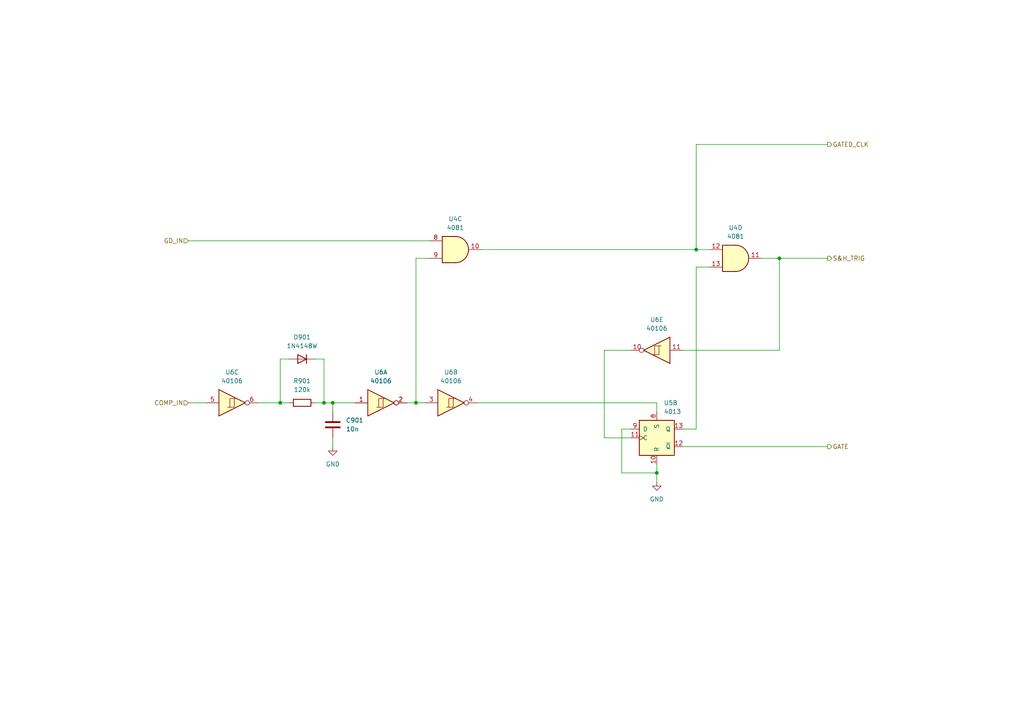
<source format=kicad_sch>
(kicad_sch (version 20211123) (generator eeschema)
  (paper "A4")
  (title_block (title "Josh Ox Ribbon Synth Ribbon board") (date "2022-06-17") (rev "0") (comment 1 "creativecommons.org/licences/by/4.0") (comment 2 "license: CC by 4.0") (comment 3 "Author: Jordan Aceto"))
  (lib_symbols
    (symbol "4xxx:40106" (pin_names (offset 1.016))
      (property "Reference" "U" (at 0 1.27 0))
      (property "Value" "40106" (at 0 -1.27 0))
      (symbol "40106_1_0"
        (polyline (pts (xy -0.635 -1.27) (xy -0.635 1.27) (xy 0.635 1.27)))
        (polyline (pts (xy -3.81 3.81) (xy -3.81 -3.81) (xy 3.81 0) (xy -3.81 3.81)) (stroke (width 0.254)) (fill (type background)))
        (polyline (pts (xy -1.27 -1.27) (xy 0.635 -1.27) (xy 0.635 1.27) (xy 1.27 1.27)))
        (pin input line (at -7.62 0 0) (length 3.81) (name "~") (number "1"))
        (pin output inverted (at 7.62 0 180) (length 3.81) (name "~") (number "2"))
      )
      (symbol "40106_2_0"
        (polyline (pts (xy -0.635 -1.27) (xy -0.635 1.27) (xy 0.635 1.27)))
        (polyline (pts (xy -3.81 3.81) (xy -3.81 -3.81) (xy 3.81 0) (xy -3.81 3.81)) (stroke (width 0.254)) (fill (type background)))
        (polyline (pts (xy -1.27 -1.27) (xy 0.635 -1.27) (xy 0.635 1.27) (xy 1.27 1.27)))
        (pin input line (at -7.62 0 0) (length 3.81) (name "~") (number "3"))
        (pin output inverted (at 7.62 0 180) (length 3.81) (name "~") (number "4"))
      )
      (symbol "40106_3_0"
        (polyline (pts (xy -0.635 -1.27) (xy -0.635 1.27) (xy 0.635 1.27)))
        (polyline (pts (xy -3.81 3.81) (xy -3.81 -3.81) (xy 3.81 0) (xy -3.81 3.81)) (stroke (width 0.254)) (fill (type background)))
        (polyline (pts (xy -1.27 -1.27) (xy 0.635 -1.27) (xy 0.635 1.27) (xy 1.27 1.27)))
        (pin input line (at -7.62 0 0) (length 3.81) (name "~") (number "5"))
        (pin output inverted (at 7.62 0 180) (length 3.81) (name "~") (number "6"))
      )
      (symbol "40106_4_0"
        (polyline (pts (xy -0.635 -1.27) (xy -0.635 1.27) (xy 0.635 1.27)))
        (polyline (pts (xy -3.81 3.81) (xy -3.81 -3.81) (xy 3.81 0) (xy -3.81 3.81)) (stroke (width 0.254)) (fill (type background)))
        (polyline (pts (xy -1.27 -1.27) (xy 0.635 -1.27) (xy 0.635 1.27) (xy 1.27 1.27)))
        (pin output inverted (at 7.62 0 180) (length 3.81) (name "~") (number "8"))
        (pin input line (at -7.62 0 0) (length 3.81) (name "~") (number "9"))
      )
      (symbol "40106_5_0"
        (polyline (pts (xy -0.635 -1.27) (xy -0.635 1.27) (xy 0.635 1.27)))
        (polyline (pts (xy -3.81 3.81) (xy -3.81 -3.81) (xy 3.81 0) (xy -3.81 3.81)) (stroke (width 0.254)) (fill (type background)))
        (polyline (pts (xy -1.27 -1.27) (xy 0.635 -1.27) (xy 0.635 1.27) (xy 1.27 1.27)))
        (pin output inverted (at 7.62 0 180) (length 3.81) (name "~") (number "10"))
        (pin input line (at -7.62 0 0) (length 3.81) (name "~") (number "11"))
      )
      (symbol "40106_6_0"
        (polyline (pts (xy -0.635 -1.27) (xy -0.635 1.27) (xy 0.635 1.27)))
        (polyline (pts (xy -3.81 3.81) (xy -3.81 -3.81) (xy 3.81 0) (xy -3.81 3.81)) (stroke (width 0.254)) (fill (type background)))
        (polyline (pts (xy -1.27 -1.27) (xy 0.635 -1.27) (xy 0.635 1.27) (xy 1.27 1.27)))
        (pin output inverted (at 7.62 0 180) (length 3.81) (name "~") (number "12"))
        (pin input line (at -7.62 0 0) (length 3.81) (name "~") (number "13"))
      )
      (symbol "40106_7_0"
        (pin power_in line (at 0 12.7 270) (length 5.08) (name "VDD") (number "14"))
        (pin power_in line (at 0 -12.7 90) (length 5.08) (name "VSS") (number "7"))
      )
      (symbol "40106_7_1"
        (rectangle (start -5.08 7.62) (end 5.08 -7.62) (stroke (width 0.254)) (fill (type background)))
      )
    )
    (symbol "4xxx:4013" (pin_names (offset 1.016))
      (property "Reference" "U" (at -7.62 8.89 0))
      (property "Value" "4013" (at -7.62 -8.89 0))
      (symbol "4013_1_1"
        (rectangle (start -5.08 5.08) (end 5.08 -5.08) (stroke (width 0.254)) (fill (type background)))
        (pin output line (at 7.62 2.54 180) (length 2.54) (name "Q") (number "1"))
        (pin output line (at 7.62 -2.54 180) (length 2.54) (name "~{Q}") (number "2"))
        (pin input clock (at -7.62 0 0) (length 2.54) (name "C") (number "3"))
        (pin input line (at 0 -7.62 90) (length 2.54) (name "R") (number "4"))
        (pin input line (at -7.62 2.54 0) (length 2.54) (name "D") (number "5"))
        (pin input line (at 0 7.62 270) (length 2.54) (name "S") (number "6"))
      )
      (symbol "4013_2_1"
        (rectangle (start -5.08 5.08) (end 5.08 -5.08) (stroke (width 0.254)) (fill (type background)))
        (pin input line (at 0 -7.62 90) (length 2.54) (name "R") (number "10"))
        (pin input clock (at -7.62 0 0) (length 2.54) (name "C") (number "11"))
        (pin output line (at 7.62 -2.54 180) (length 2.54) (name "~{Q}") (number "12"))
        (pin output line (at 7.62 2.54 180) (length 2.54) (name "Q") (number "13"))
        (pin input line (at 0 7.62 270) (length 2.54) (name "S") (number "8"))
        (pin input line (at -7.62 2.54 0) (length 2.54) (name "D") (number "9"))
      )
      (symbol "4013_3_0"
        (pin power_in line (at 0 10.16 270) (length 2.54) (name "VDD") (number "14"))
        (pin power_in line (at 0 -10.16 90) (length 2.54) (name "VSS") (number "7"))
      )
      (symbol "4013_3_1"
        (rectangle (start -5.08 7.62) (end 5.08 -7.62) (stroke (width 0.254)) (fill (type background)))
      )
    )
    (symbol "4xxx:4081" (pin_names (offset 1.016))
      (property "Reference" "U" (at 0 1.27 0))
      (property "Value" "4081" (at 0 -1.27 0))
      (symbol "4081_1_1"
        (arc (start 0 -3.81) (mid 3.81 0) (end 0 3.81) (stroke (width 0.254)) (fill (type background)))
        (polyline (pts (xy 0 3.81) (xy -3.81 3.81) (xy -3.81 -3.81) (xy 0 -3.81)) (stroke (width 0.254)) (fill (type background)))
        (pin input line (at -7.62 2.54 0) (length 3.81) (name "~") (number "1"))
        (pin input line (at -7.62 -2.54 0) (length 3.81) (name "~") (number "2"))
        (pin output line (at 7.62 0 180) (length 3.81) (name "~") (number "3"))
      )
      (symbol "4081_1_2"
        (arc (start -3.81 -3.81) (mid -2.589 0) (end -3.81 3.81) (stroke (width 0.254)))
        (arc (start -0.6096 -3.81) (mid 2.1842 -2.5851) (end 3.81 0) (stroke (width 0.254)) (fill (type background)))
        (polyline (pts (xy -3.81 -3.81) (xy -0.635 -3.81)) (stroke (width 0.254)) (fill (type background)))
        (polyline (pts (xy -3.81 3.81) (xy -0.635 3.81)) (stroke (width 0.254)) (fill (type background)))
        (polyline (pts (xy -0.635 3.81) (xy -3.81 3.81) (xy -3.81 3.81) (xy -3.556 3.4036) (xy -3.0226 2.2606) (xy -2.6924 1.0414) (xy -2.6162 -0.254) (xy -2.7686 -1.4986) (xy -3.175 -2.7178) (xy -3.81 -3.81) (xy -3.81 -3.81) (xy -0.635 -3.81)) (stroke (width -25.4)) (fill (type background)))
        (arc (start 3.81 0) (mid 2.1915 2.5936) (end -0.6096 3.81) (stroke (width 0.254)) (fill (type background)))
        (pin input inverted (at -7.62 2.54 0) (length 4.318) (name "~") (number "1"))
        (pin input inverted (at -7.62 -2.54 0) (length 4.318) (name "~") (number "2"))
        (pin output inverted (at 7.62 0 180) (length 3.81) (name "~") (number "3"))
      )
      (symbol "4081_2_1"
        (arc (start 0 -3.81) (mid 3.81 0) (end 0 3.81) (stroke (width 0.254)) (fill (type background)))
        (polyline (pts (xy 0 3.81) (xy -3.81 3.81) (xy -3.81 -3.81) (xy 0 -3.81)) (stroke (width 0.254)) (fill (type background)))
        (pin output line (at 7.62 0 180) (length 3.81) (name "~") (number "4"))
        (pin input line (at -7.62 2.54 0) (length 3.81) (name "~") (number "5"))
        (pin input line (at -7.62 -2.54 0) (length 3.81) (name "~") (number "6"))
      )
      (symbol "4081_2_2"
        (arc (start -3.81 -3.81) (mid -2.589 0) (end -3.81 3.81) (stroke (width 0.254)))
        (arc (start -0.6096 -3.81) (mid 2.1842 -2.5851) (end 3.81 0) (stroke (width 0.254)) (fill (type background)))
        (polyline (pts (xy -3.81 -3.81) (xy -0.635 -3.81)) (stroke (width 0.254)) (fill (type background)))
        (polyline (pts (xy -3.81 3.81) (xy -0.635 3.81)) (stroke (width 0.254)) (fill (type background)))
        (polyline (pts (xy -0.635 3.81) (xy -3.81 3.81) (xy -3.81 3.81) (xy -3.556 3.4036) (xy -3.0226 2.2606) (xy -2.6924 1.0414) (xy -2.6162 -0.254) (xy -2.7686 -1.4986) (xy -3.175 -2.7178) (xy -3.81 -3.81) (xy -3.81 -3.81) (xy -0.635 -3.81)) (stroke (width -25.4)) (fill (type background)))
        (arc (start 3.81 0) (mid 2.1915 2.5936) (end -0.6096 3.81) (stroke (width 0.254)) (fill (type background)))
        (pin output inverted (at 7.62 0 180) (length 3.81) (name "~") (number "4"))
        (pin input inverted (at -7.62 2.54 0) (length 4.318) (name "~") (number "5"))
        (pin input inverted (at -7.62 -2.54 0) (length 4.318) (name "~") (number "6"))
      )
      (symbol "4081_3_1"
        (arc (start 0 -3.81) (mid 3.81 0) (end 0 3.81) (stroke (width 0.254)) (fill (type background)))
        (polyline (pts (xy 0 3.81) (xy -3.81 3.81) (xy -3.81 -3.81) (xy 0 -3.81)) (stroke (width 0.254)) (fill (type background)))
        (pin output line (at 7.62 0 180) (length 3.81) (name "~") (number "10"))
        (pin input line (at -7.62 2.54 0) (length 3.81) (name "~") (number "8"))
        (pin input line (at -7.62 -2.54 0) (length 3.81) (name "~") (number "9"))
      )
      (symbol "4081_3_2"
        (arc (start -3.81 -3.81) (mid -2.589 0) (end -3.81 3.81) (stroke (width 0.254)))
        (arc (start -0.6096 -3.81) (mid 2.1842 -2.5851) (end 3.81 0) (stroke (width 0.254)) (fill (type background)))
        (polyline (pts (xy -3.81 -3.81) (xy -0.635 -3.81)) (stroke (width 0.254)) (fill (type background)))
        (polyline (pts (xy -3.81 3.81) (xy -0.635 3.81)) (stroke (width 0.254)) (fill (type background)))
        (polyline (pts (xy -0.635 3.81) (xy -3.81 3.81) (xy -3.81 3.81) (xy -3.556 3.4036) (xy -3.0226 2.2606) (xy -2.6924 1.0414) (xy -2.6162 -0.254) (xy -2.7686 -1.4986) (xy -3.175 -2.7178) (xy -3.81 -3.81) (xy -3.81 -3.81) (xy -0.635 -3.81)) (stroke (width -25.4)) (fill (type background)))
        (arc (start 3.81 0) (mid 2.1915 2.5936) (end -0.6096 3.81) (stroke (width 0.254)) (fill (type background)))
        (pin output inverted (at 7.62 0 180) (length 3.81) (name "~") (number "10"))
        (pin input inverted (at -7.62 2.54 0) (length 4.318) (name "~") (number "8"))
        (pin input inverted (at -7.62 -2.54 0) (length 4.318) (name "~") (number "9"))
      )
      (symbol "4081_4_1"
        (arc (start 0 -3.81) (mid 3.81 0) (end 0 3.81) (stroke (width 0.254)) (fill (type background)))
        (polyline (pts (xy 0 3.81) (xy -3.81 3.81) (xy -3.81 -3.81) (xy 0 -3.81)) (stroke (width 0.254)) (fill (type background)))
        (pin output line (at 7.62 0 180) (length 3.81) (name "~") (number "11"))
        (pin input line (at -7.62 2.54 0) (length 3.81) (name "~") (number "12"))
        (pin input line (at -7.62 -2.54 0) (length 3.81) (name "~") (number "13"))
      )
      (symbol "4081_4_2"
        (arc (start -3.81 -3.81) (mid -2.589 0) (end -3.81 3.81) (stroke (width 0.254)))
        (arc (start -0.6096 -3.81) (mid 2.1842 -2.5851) (end 3.81 0) (stroke (width 0.254)) (fill (type background)))
        (polyline (pts (xy -3.81 -3.81) (xy -0.635 -3.81)) (stroke (width 0.254)) (fill (type background)))
        (polyline (pts (xy -3.81 3.81) (xy -0.635 3.81)) (stroke (width 0.254)) (fill (type background)))
        (polyline (pts (xy -0.635 3.81) (xy -3.81 3.81) (xy -3.81 3.81) (xy -3.556 3.4036) (xy -3.0226 2.2606) (xy -2.6924 1.0414) (xy -2.6162 -0.254) (xy -2.7686 -1.4986) (xy -3.175 -2.7178) (xy -3.81 -3.81) (xy -3.81 -3.81) (xy -0.635 -3.81)) (stroke (width -25.4)) (fill (type background)))
        (arc (start 3.81 0) (mid 2.1915 2.5936) (end -0.6096 3.81) (stroke (width 0.254)) (fill (type background)))
        (pin output inverted (at 7.62 0 180) (length 3.81) (name "~") (number "11"))
        (pin input inverted (at -7.62 2.54 0) (length 4.318) (name "~") (number "12"))
        (pin input inverted (at -7.62 -2.54 0) (length 4.318) (name "~") (number "13"))
      )
      (symbol "4081_5_0"
        (pin power_in line (at 0 12.7 270) (length 5.08) (name "VDD") (number "14"))
        (pin power_in line (at 0 -12.7 90) (length 5.08) (name "VSS") (number "7"))
      )
      (symbol "4081_5_1"
        (rectangle (start -5.08 7.62) (end 5.08 -7.62) (stroke (width 0.254)) (fill (type background)))
      )
    )
    (symbol "Device:C" (pin_numbers hide) (pin_names (offset 0.254))
      (property "Reference" "C" (at 0.635 2.54 0))
      (property "Value" "C" (at 0.635 -2.54 0))
      (symbol "C_0_1"
        (polyline (pts (xy -2.032 -0.762) (xy 2.032 -0.762)) (stroke (width 0.508)))
        (polyline (pts (xy -2.032 0.762) (xy 2.032 0.762)) (stroke (width 0.508)))
      )
      (symbol "C_1_1"
        (pin passive line (at 0 3.81 270) (length 2.794) (name "~") (number "1"))
        (pin passive line (at 0 -3.81 90) (length 2.794) (name "~") (number "2"))
      )
    )
    (symbol "Device:R" (pin_numbers hide) (pin_names (offset 0))
      (property "Reference" "R" (at 2.032 0 90))
      (property "Value" "R" (at 0 0 90))
      (symbol "R_0_1"
        (rectangle (start -1.016 -2.54) (end 1.016 2.54) (stroke (width 0.254)))
      )
      (symbol "R_1_1"
        (pin passive line (at 0 3.81 270) (length 1.27) (name "~") (number "1"))
        (pin passive line (at 0 -3.81 90) (length 1.27) (name "~") (number "2"))
      )
    )
    (symbol "Diode:1N4148W" (pin_numbers hide) (pin_names (offset 1.016) hide)
      (property "Reference" "D" (at 0 2.54 0))
      (property "Value" "1N4148W" (at 0 -2.54 0))
      (symbol "1N4148W_0_1"
        (polyline (pts (xy -1.27 1.27) (xy -1.27 -1.27)) (stroke (width 0.254)))
        (polyline (pts (xy 1.27 0) (xy -1.27 0)))
        (polyline (pts (xy 1.27 1.27) (xy 1.27 -1.27) (xy -1.27 0) (xy 1.27 1.27)) (stroke (width 0.254)))
      )
      (symbol "1N4148W_1_1"
        (pin passive line (at -3.81 0 0) (length 2.54) (name "K") (number "1"))
        (pin passive line (at 3.81 0 180) (length 2.54) (name "A") (number "2"))
      )
    )
    (symbol "power:GND" (power) (pin_names (offset 0))
      (property "Value" "GND" (at 0 -3.81 0))
      (symbol "GND_0_1"
        (polyline (pts (xy 0 0) (xy 0 -1.27) (xy 1.27 -1.27) (xy 0 -2.54) (xy -1.27 -1.27) (xy 0 -1.27)))
      )
      (symbol "GND_1_1"
        (pin power_in line (at 0 0 270) (length 0) hide (name "GND") (number "1"))
      )
    )
  )
  (junction (at 190.5 137.16))
  (junction (at 226.06 74.93))
  (junction (at 93.98 116.84))
  (junction (at 201.93 72.39))
  (junction (at 81.28 116.84))
  (junction (at 120.65 116.84))
  (junction (at 96.52 116.84))
  (wire (pts (xy 74.93 116.84) (xy 81.28 116.84)))
  (wire (pts (xy 91.44 104.14) (xy 93.98 104.14)))
  (wire (pts (xy 54.61 69.85) (xy 124.46 69.85)))
  (wire (pts (xy 190.5 137.16) (xy 190.5 139.7)))
  (wire (pts (xy 138.43 116.84) (xy 190.5 116.84)))
  (wire (pts (xy 139.7 72.39) (xy 201.93 72.39)))
  (wire (pts (xy 93.98 116.84) (xy 96.52 116.84)))
  (wire (pts (xy 190.5 134.62) (xy 190.5 137.16)))
  (wire (pts (xy 198.12 101.6) (xy 226.06 101.6)))
  (wire (pts (xy 190.5 137.16) (xy 180.34 137.16)))
  (wire (pts (xy 240.03 41.91) (xy 201.93 41.91)))
  (wire (pts (xy 93.98 104.14) (xy 93.98 116.84)))
  (wire (pts (xy 120.65 116.84) (xy 123.19 116.84)))
  (wire (pts (xy 91.44 116.84) (xy 93.98 116.84)))
  (wire (pts (xy 198.12 124.46) (xy 201.93 124.46)))
  (wire (pts (xy 226.06 74.93) (xy 240.03 74.93)))
  (wire (pts (xy 180.34 124.46) (xy 182.88 124.46)))
  (wire (pts (xy 81.28 116.84) (xy 83.82 116.84)))
  (wire (pts (xy 201.93 77.47) (xy 205.74 77.47)))
  (wire (pts (xy 180.34 137.16) (xy 180.34 124.46)))
  (wire (pts (xy 118.11 116.84) (xy 120.65 116.84)))
  (wire (pts (xy 96.52 116.84) (xy 102.87 116.84)))
  (wire (pts (xy 226.06 101.6) (xy 226.06 74.93)))
  (wire (pts (xy 226.06 74.93) (xy 220.98 74.93)))
  (wire (pts (xy 198.12 129.54) (xy 240.03 129.54)))
  (wire (pts (xy 201.93 124.46) (xy 201.93 77.47)))
  (wire (pts (xy 120.65 74.93) (xy 124.46 74.93)))
  (wire (pts (xy 201.93 72.39) (xy 205.74 72.39)))
  (wire (pts (xy 81.28 104.14) (xy 81.28 116.84)))
  (wire (pts (xy 175.26 127) (xy 175.26 101.6)))
  (wire (pts (xy 190.5 119.38) (xy 190.5 116.84)))
  (wire (pts (xy 96.52 127) (xy 96.52 129.54)))
  (wire (pts (xy 83.82 104.14) (xy 81.28 104.14)))
  (wire (pts (xy 120.65 116.84) (xy 120.65 74.93)))
  (wire (pts (xy 182.88 127) (xy 175.26 127)))
  (wire (pts (xy 201.93 41.91) (xy 201.93 72.39)))
  (wire (pts (xy 175.26 101.6) (xy 182.88 101.6)))
  (wire (pts (xy 96.52 119.38) (xy 96.52 116.84)))
  (wire (pts (xy 54.61 116.84) (xy 59.69 116.84)))
  (hierarchical_label "S&H_TRIG" (shape output) (at 240.03 74.93 0))
  (hierarchical_label "GATED_CLK" (shape output) (at 240.03 41.91 0))
  (hierarchical_label "GATE" (shape output) (at 240.03 129.54 0))
  (hierarchical_label "COMP_IN" (shape input) (at 54.61 116.84 180))
  (hierarchical_label "GD_IN" (shape input) (at 54.61 69.85 180))
  (symbol (lib_id "power:GND") (at 190.5 139.7 0) (unit 1)
    (property "Reference" "#PWR0902" (effects hide))
    (property "Value" "GND" (at 190.5 144.78 0))
  )
  (symbol (lib_id "4xxx:40106") (at 190.5 101.6 180) (unit 5)
    (property "Reference" "U6" (at 190.5 92.71 0))
    (property "Value" "40106" (at 190.5 95.25 0))
    (property "Footprint" "Package_SO:SOIC-14_3.9x8.7mm_P1.27mm" (effects hide))
    (property "Datasheet" "https://assets.nexperia.com/documents/data-sheet/HEF40106B.pdf" (effects hide))
  )
  (symbol (lib_id "Device:C") (at 96.52 123.19 0) (unit 1)
    (property "Reference" "C901" (at 100.33 121.9199 0) (effects (justify left)))
    (property "Value" "10n" (at 100.33 124.4599 0) (effects (justify left)))
    (property "Footprint" "Capacitor_SMD:C_0805_2012Metric" (effects hide))
  )
  (symbol (lib_id "4xxx:40106") (at 67.31 116.84 0) (unit 3)
    (property "Reference" "U6" (at 67.31 107.95 0))
    (property "Value" "40106" (at 67.31 110.49 0))
    (property "Footprint" "Package_SO:SOIC-14_3.9x8.7mm_P1.27mm" (effects hide))
    (property "Datasheet" "https://assets.nexperia.com/documents/data-sheet/HEF40106B.pdf" (effects hide))
  )
  (symbol (lib_id "Device:R") (at 87.63 116.84 90) (unit 1)
    (property "Reference" "R901" (at 87.63 110.49 90))
    (property "Value" "120k" (at 87.63 113.03 90))
    (property "Footprint" "Resistor_SMD:R_0805_2012Metric" (effects hide))
  )
  (symbol (lib_id "4xxx:4013") (at 190.5 127 0) (unit 2)
    (property "Reference" "U5" (at 192.5194 116.84 0) (effects (justify left)))
    (property "Value" "4013" (at 192.5194 119.38 0) (effects (justify left)))
    (property "Footprint" "Package_SO:SOIC-14_3.9x8.7mm_P1.27mm" (effects hide))
    (property "Datasheet" "http://www.onsemi.com/pub/Collateral/MC14013B-D.PDF" (effects hide))
  )
  (symbol (lib_id "4xxx:4081") (at 213.36 74.93 0) (unit 4)
    (property "Reference" "U4" (at 213.36 66.04 0))
    (property "Value" "4081" (at 213.36 68.58 0))
    (property "Footprint" "Package_SO:SOIC-14_3.9x8.7mm_P1.27mm" (effects hide))
    (property "Datasheet" "http://www.intersil.com/content/dam/Intersil/documents/cd40/cd4073bms-81bms-82bms.pdf" (effects hide))
  )
  (symbol (lib_id "power:GND") (at 96.52 129.54 0) (unit 1)
    (property "Reference" "#PWR0901" (effects hide))
    (property "Value" "GND" (at 96.52 134.62 0))
  )
  (symbol (lib_id "4xxx:40106") (at 110.49 116.84 0) (unit 1)
    (property "Reference" "U6" (at 110.49 107.95 0))
    (property "Value" "40106" (at 110.49 110.49 0))
    (property "Footprint" "Package_SO:SOIC-14_3.9x8.7mm_P1.27mm" (effects hide))
    (property "Datasheet" "https://assets.nexperia.com/documents/data-sheet/HEF40106B.pdf" (effects hide))
  )
  (symbol (lib_id "Diode:1N4148W") (at 87.63 104.14 180) (unit 1)
    (property "Reference" "D901" (at 87.63 97.79 0))
    (property "Value" "1N4148W" (at 87.63 100.33 0))
    (property "Footprint" "Diode_SMD:D_SOD-123" (effects hide))
    (property "Datasheet" "https://www.vishay.com/docs/85748/1n4148w.pdf" (effects hide))
  )
  (symbol (lib_id "4xxx:40106") (at 130.81 116.84 0) (unit 2)
    (property "Reference" "U6" (at 130.81 107.95 0))
    (property "Value" "40106" (at 130.81 110.49 0))
    (property "Footprint" "Package_SO:SOIC-14_3.9x8.7mm_P1.27mm" (effects hide))
    (property "Datasheet" "https://assets.nexperia.com/documents/data-sheet/HEF40106B.pdf" (effects hide))
  )
  (symbol (lib_id "4xxx:4081") (at 132.08 72.39 0) (unit 3)
    (property "Reference" "U4" (at 132.08 63.5 0))
    (property "Value" "4081" (at 132.08 66.04 0))
    (property "Footprint" "Package_SO:SOIC-14_3.9x8.7mm_P1.27mm" (effects hide))
    (property "Datasheet" "http://www.intersil.com/content/dam/Intersil/documents/cd40/cd4073bms-81bms-82bms.pdf" (effects hide))
  )
)
</source>
